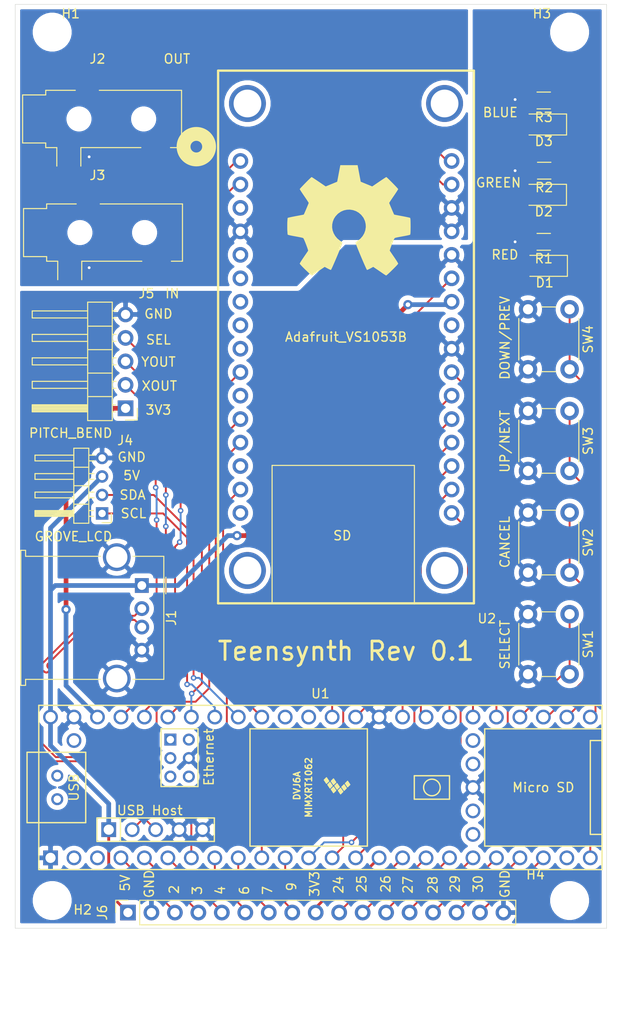
<source format=kicad_pcb>
(kicad_pcb (version 20171130) (host pcbnew 5.1.8-db9833491~87~ubuntu20.04.1)
  (layers (0 F.Cu signal) (31 B.Cu signal) (34 B.Paste user) (35 F.Paste user) (36 B.SilkS user) (37 F.SilkS user) (38 B.Mask user) (39 F.Mask user) (44 Edge.Cuts user))
  (net 0 "")
  (net 1 "Net-(U1-Pad67)")
  (net 2 "Net-(U1-Pad66)")
  (net 3 "Net-(U1-Pad54)")
  (net 4 "Net-(U1-Pad53)")
  (net 5 "Net-(U1-Pad51)")
  (net 6 "Net-(U1-Pad50)")
  (net 7 "Net-(U1-Pad62)")
  (net 8 "Net-(U1-Pad63)")
  (net 9 "Net-(U1-Pad61)")
  (net 10 "Net-(U1-Pad65)")
  (net 11 "Net-(U1-Pad60)")
  (net 12 "Net-(U1-Pad23)")
  (net 13 "Net-(U1-Pad3)")
  (net 14 "Net-(U1-Pad2)")
  (net 15 "Net-(U1-Pad37)")
  (net 16 "Net-(U1-Pad38)")
  (net 17 "Net-(U1-Pad49)")
  (net 18 GND)
  (net 19 "Net-(U2-Pad3)")
  (net 20 "Net-(U2-Pad9)")
  (net 21 "Net-(U2-Pad25)")
  (net 22 "Net-(U2-Pad16)")
  (net 23 "Net-(U2-Pad14)")
  (net 24 "Net-(U2-Pad11)")
  (net 25 "Net-(U2-Pad8)")
  (net 26 "Net-(U2-Pad7)")
  (net 27 "Net-(U2-Pad6)")
  (net 28 "Net-(U2-Pad5)")
  (net 29 /USBH_DP)
  (net 30 /USBH_DN)
  (net 31 +5V)
  (net 32 /LINEOUT_L)
  (net 33 /LINEOUT_R)
  (net 34 /LINEIN_L)
  (net 35 /LINEIN_R)
  (net 36 /SPI_MISO)
  (net 37 /SPI_MOSI)
  (net 38 /SPI_CS)
  (net 39 /SPI_SCK)
  (net 40 /SPI_XDCS)
  (net 41 /SPI_SDCS)
  (net 42 /VS_RST)
  (net 43 /VS_DREQ)
  (net 44 /LCD_SCL)
  (net 45 /LCD_SDA)
  (net 46 /I2S_DATA)
  (net 47 /I2S_LRCLK)
  (net 48 /I2S_SCK)
  (net 49 /MIDI_TX)
  (net 50 /PIT_SEL)
  (net 51 /PIT_YOUT)
  (net 52 /PIT_XOUT)
  (net 53 +3V3)
  (net 54 /GPIO9)
  (net 55 /GPIO7)
  (net 56 /GPIO6)
  (net 57 /GPIO4)
  (net 58 /GPIO3)
  (net 59 /GPIO2)
  (net 60 /LED_R)
  (net 61 "Net-(D1-Pad1)")
  (net 62 /LED_G)
  (net 63 "Net-(D2-Pad1)")
  (net 64 /LED_B)
  (net 65 "Net-(D3-Pad1)")
  (net 66 /SW1)
  (net 67 /SW2)
  (net 68 /SW3)
  (net 69 /SW4)
  (net 70 GNDA)
  (net 71 /3V3_GPIO)
  (net 72 /GPIO30)
  (net 73 /GPIO29)
  (net 74 /GPIO28)
  (net 75 /GPIO27)
  (net 76 /GPIO26)
  (net 77 /GPIO25)
  (net 78 /GPIO24)
  (module Symbol:OSHW-Symbol_13.4x12mm_SilkScreen (layer F.Cu) (at 50.1 30.4)
    (fp_text reference LOGO1 hide)
    (fp_text value Logo_Open_Hardware_Large hide)
  )
  (module Resistor_SMD:R_1206_3216Metric_Pad1.30x1.75mm_HandSolder (layer F.Cu) (at 71.2 17.4 180)
    (fp_text reference R3 (at 0 -1.82) (layer F.SilkS))
    (fp_text value 220R)
    (pad 2 smd roundrect (at 1.55 0 180) (size 1.3 1.75) (layers F.Cu F.Paste F.Mask) (roundrect_rratio 0.1923076923076923) (net 18 GND))
    (pad 1 smd roundrect (at -1.55 0 180) (size 1.3 1.75) (layers F.Cu F.Paste F.Mask) (roundrect_rratio 0.1923076923076923) (net 65 "Net-(D3-Pad1)"))
  )
  (module LED_SMD:LED_1206_3216Metric_Pad1.42x1.75mm_HandSolder (layer F.Cu) (at 71.21 20 180)
    (fp_text reference D3 (at 0 -1.82) (layer F.SilkS))
    (fp_text value LED)
    (pad 2 smd roundrect (at 1.4875 0 180) (size 1.425 1.75) (layers F.Cu F.Paste F.Mask) (roundrect_rratio 0.1754385964912281) (net 64 /LED_B))
    (pad 1 smd roundrect (at -1.4875 0 180) (size 1.425 1.75) (layers F.Cu F.Paste F.Mask) (roundrect_rratio 0.1754385964912281) (net 65 "Net-(D3-Pad1)"))
  )
  (module Resistor_SMD:R_1206_3216Metric_Pad1.30x1.75mm_HandSolder (layer F.Cu) (at 71.25 25 180)
    (fp_text reference R2 (at 0 -1.82) (layer F.SilkS))
    (fp_text value 220R)
    (pad 2 smd roundrect (at 1.55 0 180) (size 1.3 1.75) (layers F.Cu F.Paste F.Mask) (roundrect_rratio 0.1923076923076923) (net 18 GND))
    (pad 1 smd roundrect (at -1.55 0 180) (size 1.3 1.75) (layers F.Cu F.Paste F.Mask) (roundrect_rratio 0.1923076923076923) (net 63 "Net-(D2-Pad1)"))
  )
  (module Resistor_SMD:R_1206_3216Metric_Pad1.30x1.75mm_HandSolder (layer F.Cu) (at 71.2 32.7 180)
    (fp_text reference R1 (at 0 -1.82) (layer F.SilkS))
    (fp_text value 220R)
    (pad 2 smd roundrect (at 1.55 0 180) (size 1.3 1.75) (layers F.Cu F.Paste F.Mask) (roundrect_rratio 0.1923076923076923) (net 18 GND))
    (pad 1 smd roundrect (at -1.55 0 180) (size 1.3 1.75) (layers F.Cu F.Paste F.Mask) (roundrect_rratio 0.1923076923076923) (net 61 "Net-(D1-Pad1)"))
  )
  (module LED_SMD:LED_1206_3216Metric_Pad1.42x1.75mm_HandSolder (layer F.Cu) (at 71.2 27.61 180)
    (fp_text reference D2 (at 0 -1.82) (layer F.SilkS))
    (fp_text value LED)
    (pad 2 smd roundrect (at 1.4875 0 180) (size 1.425 1.75) (layers F.Cu F.Paste F.Mask) (roundrect_rratio 0.1754385964912281) (net 62 /LED_G))
    (pad 1 smd roundrect (at -1.4875 0 180) (size 1.425 1.75) (layers F.Cu F.Paste F.Mask) (roundrect_rratio 0.1754385964912281) (net 63 "Net-(D2-Pad1)"))
  )
  (module LED_SMD:LED_1206_3216Metric_Pad1.42x1.75mm_HandSolder (layer F.Cu) (at 71.3 35.3 180)
    (fp_text reference D1 (at 0 -1.82) (layer F.SilkS))
    (fp_text value LED)
    (pad 2 smd roundrect (at 1.4875 0 180) (size 1.425 1.75) (layers F.Cu F.Paste F.Mask) (roundrect_rratio 0.1754385964912281) (net 60 /LED_R))
    (pad 1 smd roundrect (at -1.4875 0 180) (size 1.425 1.75) (layers F.Cu F.Paste F.Mask) (roundrect_rratio 0.1754385964912281) (net 61 "Net-(D1-Pad1)"))
  )
  (module Connector_PinSocket_2.54mm:PinSocket_1x17_P2.54mm_Vertical (layer F.Cu) (at 26.2 105.3 90)
    (fp_text reference J6 (at 0 -2.77 90) (layer F.SilkS))
    (fp_text value Conn_02x06_Counter_Clockwise)
    (pad 17 thru_hole oval (at 0 40.64 90) (size 1.7 1.7) (drill 1) (layers *.Cu *.Mask) (net 18 GND))
    (pad 16 thru_hole oval (at 0 38.1 90) (size 1.7 1.7) (drill 1) (layers *.Cu *.Mask) (net 72 /GPIO30))
    (pad 15 thru_hole oval (at 0 35.56 90) (size 1.7 1.7) (drill 1) (layers *.Cu *.Mask) (net 73 /GPIO29))
    (pad 14 thru_hole oval (at 0 33.02 90) (size 1.7 1.7) (drill 1) (layers *.Cu *.Mask) (net 74 /GPIO28))
    (pad 13 thru_hole oval (at 0 30.48 90) (size 1.7 1.7) (drill 1) (layers *.Cu *.Mask) (net 75 /GPIO27))
    (pad 12 thru_hole oval (at 0 27.94 90) (size 1.7 1.7) (drill 1) (layers *.Cu *.Mask) (net 76 /GPIO26))
    (pad 11 thru_hole oval (at 0 25.4 90) (size 1.7 1.7) (drill 1) (layers *.Cu *.Mask) (net 77 /GPIO25))
    (pad 10 thru_hole oval (at 0 22.86 90) (size 1.7 1.7) (drill 1) (layers *.Cu *.Mask) (net 78 /GPIO24))
    (pad 9 thru_hole oval (at 0 20.32 90) (size 1.7 1.7) (drill 1) (layers *.Cu *.Mask) (net 71 /3V3_GPIO))
    (pad 8 thru_hole oval (at 0 17.78 90) (size 1.7 1.7) (drill 1) (layers *.Cu *.Mask) (net 54 /GPIO9))
    (pad 7 thru_hole oval (at 0 15.24 90) (size 1.7 1.7) (drill 1) (layers *.Cu *.Mask) (net 55 /GPIO7))
    (pad 6 thru_hole oval (at 0 12.7 90) (size 1.7 1.7) (drill 1) (layers *.Cu *.Mask) (net 56 /GPIO6))
    (pad 5 thru_hole oval (at 0 10.16 90) (size 1.7 1.7) (drill 1) (layers *.Cu *.Mask) (net 57 /GPIO4))
    (pad 4 thru_hole oval (at 0 7.62 90) (size 1.7 1.7) (drill 1) (layers *.Cu *.Mask) (net 58 /GPIO3))
    (pad 3 thru_hole oval (at 0 5.08 90) (size 1.7 1.7) (drill 1) (layers *.Cu *.Mask) (net 59 /GPIO2))
    (pad 2 thru_hole oval (at 0 2.54 90) (size 1.7 1.7) (drill 1) (layers *.Cu *.Mask) (net 18 GND))
    (pad 1 thru_hole rect (at 0 0 90) (size 1.7 1.7) (drill 1) (layers *.Cu *.Mask) (net 31 +5V))
  )
  (module Button_Switch_THT:SW_PUSH_6mm_H5mm (layer F.Cu) (at 74 40 270)
    (fp_text reference SW4 (at 3.25 -2 90) (layer F.SilkS))
    (fp_text value SW_Push)
    (pad 1 thru_hole circle (at 6.5 0) (size 2 2) (drill 1.1) (layers *.Cu *.Mask) (net 69 /SW4))
    (pad 2 thru_hole circle (at 6.5 4.5) (size 2 2) (drill 1.1) (layers *.Cu *.Mask) (net 18 GND))
    (pad 1 thru_hole circle (at 0 0) (size 2 2) (drill 1.1) (layers *.Cu *.Mask) (net 69 /SW4))
    (pad 2 thru_hole circle (at 0 4.5) (size 2 2) (drill 1.1) (layers *.Cu *.Mask) (net 18 GND))
  )
  (module MountingHole:MountingHole_3.2mm_M3 (layer F.Cu) (at 74 104)
    (fp_text reference H4 (at -3.7 -2.8) (layer F.SilkS))
    (fp_text value MountingHole)
    (pad 1 np_thru_hole circle (at 0 0) (size 3.2 3.2) (drill 3.2) (layers *.Cu *.Mask))
  )
  (module MountingHole:MountingHole_3.2mm_M3 (layer F.Cu) (at 74 10)
    (fp_text reference H3 (at -3 -2) (layer F.SilkS))
    (fp_text value MountingHole)
    (pad 1 np_thru_hole circle (at 0 0) (size 3.2 3.2) (drill 3.2) (layers *.Cu *.Mask))
  )
  (module MountingHole:MountingHole_3.2mm_M3 (layer F.Cu) (at 18 104)
    (fp_text reference H2 (at 3.3 1) (layer F.SilkS))
    (fp_text value MountingHole)
    (pad 1 np_thru_hole circle (at 0 0) (size 3.2 3.2) (drill 3.2) (layers *.Cu *.Mask))
  )
  (module MountingHole:MountingHole_3.2mm_M3 (layer F.Cu) (at 18 10)
    (fp_text reference H1 (at 2 -2) (layer F.SilkS))
    (fp_text value MountingHole)
    (pad 1 np_thru_hole circle (at 0 0) (size 3.2 3.2) (drill 3.2) (layers *.Cu *.Mask))
  )
  (module Connector_PinHeader_2.54mm:PinHeader_1x05_P2.54mm_Horizontal (layer F.Cu) (at 25.94 50.72 180)
    (fp_text reference J5 (at -2.26 12.42) (layer F.SilkS))
    (fp_text value PITCH_BEND)
    (pad 5 thru_hole oval (at 0 10.16 180) (size 1.7 1.7) (drill 1) (layers *.Cu *.Mask) (net 18 GND))
    (pad 4 thru_hole oval (at 0 7.62 180) (size 1.7 1.7) (drill 1) (layers *.Cu *.Mask) (net 50 /PIT_SEL))
    (pad 3 thru_hole oval (at 0 5.08 180) (size 1.7 1.7) (drill 1) (layers *.Cu *.Mask) (net 51 /PIT_YOUT))
    (pad 2 thru_hole oval (at 0 2.54 180) (size 1.7 1.7) (drill 1) (layers *.Cu *.Mask) (net 52 /PIT_XOUT))
    (pad 1 thru_hole rect (at 0 0 180) (size 1.7 1.7) (drill 1) (layers *.Cu *.Mask) (net 53 +3V3))
  )
  (module Connector_PinHeader_2.00mm:PinHeader_1x04_P2.00mm_Horizontal (layer F.Cu) (at 23.4 62.1 180)
    (fp_text reference J4 (at -2.5 7.9) (layer F.SilkS))
    (fp_text value Grove_LCD)
    (pad 4 thru_hole oval (at 0 6 180) (size 1.35 1.35) (drill 0.8) (layers *.Cu *.Mask) (net 18 GND))
    (pad 3 thru_hole oval (at 0 4 180) (size 1.35 1.35) (drill 0.8) (layers *.Cu *.Mask) (net 31 +5V))
    (pad 2 thru_hole oval (at 0 2 180) (size 1.35 1.35) (drill 0.8) (layers *.Cu *.Mask) (net 45 /LCD_SDA))
    (pad 1 thru_hole rect (at 0 0 180) (size 1.35 1.35) (drill 0.8) (layers *.Cu *.Mask) (net 44 /LCD_SCL))
  )
  (module Button_Switch_THT:SW_PUSH_6mm_H5mm (layer F.Cu) (at 74 51 270)
    (fp_text reference SW3 (at 3.25 -2 90) (layer F.SilkS))
    (fp_text value SW_Push)
    (pad 1 thru_hole circle (at 6.5 0) (size 2 2) (drill 1.1) (layers *.Cu *.Mask) (net 68 /SW3))
    (pad 2 thru_hole circle (at 6.5 4.5) (size 2 2) (drill 1.1) (layers *.Cu *.Mask) (net 18 GND))
    (pad 1 thru_hole circle (at 0 0) (size 2 2) (drill 1.1) (layers *.Cu *.Mask) (net 68 /SW3))
    (pad 2 thru_hole circle (at 0 4.5) (size 2 2) (drill 1.1) (layers *.Cu *.Mask) (net 18 GND))
  )
  (module Button_Switch_THT:SW_PUSH_6mm_H5mm (layer F.Cu) (at 74 62 270)
    (fp_text reference SW2 (at 3.25 -2 90) (layer F.SilkS))
    (fp_text value SW_Push)
    (pad 1 thru_hole circle (at 6.5 0) (size 2 2) (drill 1.1) (layers *.Cu *.Mask) (net 67 /SW2))
    (pad 2 thru_hole circle (at 6.5 4.5) (size 2 2) (drill 1.1) (layers *.Cu *.Mask) (net 18 GND))
    (pad 1 thru_hole circle (at 0 0) (size 2 2) (drill 1.1) (layers *.Cu *.Mask) (net 67 /SW2))
    (pad 2 thru_hole circle (at 0 4.5) (size 2 2) (drill 1.1) (layers *.Cu *.Mask) (net 18 GND))
  )
  (module Button_Switch_THT:SW_PUSH_6mm_H5mm (layer F.Cu) (at 74 73 270)
    (fp_text reference SW1 (at 3.25 -2 90) (layer F.SilkS))
    (fp_text value SW_Push)
    (pad 1 thru_hole circle (at 6.5 0) (size 2 2) (drill 1.1) (layers *.Cu *.Mask) (net 66 /SW1))
    (pad 2 thru_hole circle (at 6.5 4.5) (size 2 2) (drill 1.1) (layers *.Cu *.Mask) (net 18 GND))
    (pad 1 thru_hole circle (at 0 0) (size 2 2) (drill 1.1) (layers *.Cu *.Mask) (net 66 /SW1))
    (pad 2 thru_hole circle (at 0 4.5) (size 2 2) (drill 1.1) (layers *.Cu *.Mask) (net 18 GND))
  )
  (module Connector_Audio:Jack_3.5mm_CUI_SJ-3523-SMT_Horizontal (layer F.Cu) (at 23.5 31.7 90)
    (fp_text reference J3 (at 6.2 -0.6 180) (layer F.SilkS))
    (fp_text value AudioJack3)
    (pad R smd rect (at 3.7 -1.6 90) (size 2.8 2.2) (layers F.Cu F.Paste F.Mask) (net 35 /LINEIN_R))
    (pad S smd rect (at -3.7 -3.6 90) (size 2.8 2.2) (layers F.Cu F.Paste F.Mask) (net 70 GNDA))
    (pad T smd rect (at -3.7 5.8 90) (size 2.8 2.8) (layers F.Cu F.Paste F.Mask) (net 34 /LINEIN_L))
    (pad "" np_thru_hole circle (at 0 -2.5 90) (size 1.7 1.7) (drill 1.7) (layers *.Cu *.Mask))
    (pad "" np_thru_hole circle (at 0 4.5 90) (size 1.7 1.7) (drill 1.7) (layers *.Cu *.Mask))
  )
  (module Connector_Audio:Jack_3.5mm_CUI_SJ-3523-SMT_Horizontal (layer F.Cu) (at 23.4 19.4 90)
    (fp_text reference J2 (at 6.5 -0.5 180) (layer F.SilkS))
    (fp_text value AudioJack3)
    (pad R smd rect (at 3.7 -1.6 90) (size 2.8 2.2) (layers F.Cu F.Paste F.Mask) (net 33 /LINEOUT_R))
    (pad S smd rect (at -3.7 -3.6 90) (size 2.8 2.2) (layers F.Cu F.Paste F.Mask) (net 70 GNDA))
    (pad T smd rect (at -3.7 5.8 90) (size 2.8 2.8) (layers F.Cu F.Paste F.Mask) (net 32 /LINEOUT_L))
    (pad "" np_thru_hole circle (at 0 -2.5 90) (size 1.7 1.7) (drill 1.7) (layers *.Cu *.Mask))
    (pad "" np_thru_hole circle (at 0 4.5 90) (size 1.7 1.7) (drill 1.7) (layers *.Cu *.Mask))
  )
  (module Connector_USB:USB_A_Molex_67643_Horizontal (layer F.Cu) (at 27.7 69.9 270)
    (fp_text reference J1 (at 3.5 -3.19 90) (layer F.SilkS))
    (fp_text value USB_A)
    (pad 4 thru_hole circle (at 7 0 270) (size 1.6 1.6) (drill 0.95) (layers *.Cu *.Mask) (net 18 GND))
    (pad 3 thru_hole circle (at 4.5 0 270) (size 1.6 1.6) (drill 0.95) (layers *.Cu *.Mask) (net 29 /USBH_DP))
    (pad 2 thru_hole circle (at 2.5 0 270) (size 1.6 1.6) (drill 0.95) (layers *.Cu *.Mask) (net 30 /USBH_DN))
    (pad 1 thru_hole rect (at 0 0 270) (size 1.6 1.5) (drill 0.95) (layers *.Cu *.Mask) (net 31 +5V))
    (pad 5 thru_hole circle (at 10.07 2.71 270) (size 3 3) (drill 2.3) (layers *.Cu *.Mask) (net 18 GND))
    (pad 5 thru_hole circle (at -3.07 2.71 270) (size 3 3) (drill 2.3) (layers *.Cu *.Mask) (net 18 GND))
  )
  (module teensynth:Adafruit_VS1053B (layer F.Cu) (at 49.8 43)
    (fp_text reference U2 (at 15.24 30.48) (layer F.SilkS))
    (fp_text value Adafruit_VS1053B)
    (fp_text user SD (at -0.4 21.5) (layer F.SilkS))
    (fp_text user Adafruit_VS1053B (at 0 0) (layer F.SilkS))
    (pad 1 thru_hole circle (at -11.43 -19.05) (size 1.7 1.7) (drill 1) (layers *.Cu *.Mask) (net 35 /LINEIN_R))
    (pad 2 thru_hole circle (at -11.43 -16.51) (size 1.7 1.7) (drill 1) (layers *.Cu *.Mask) (net 34 /LINEIN_L))
    (pad 3 thru_hole circle (at -11.43 -13.97) (size 1.7 1.7) (drill 1) (layers *.Cu *.Mask) (net 19 "Net-(U2-Pad3)"))
    (pad 4 thru_hole circle (at -11.43 -11.43) (size 1.7 1.7) (drill 1) (layers *.Cu *.Mask) (net 70 GNDA))
    (pad 5 thru_hole circle (at -11.43 -8.89) (size 1.7 1.7) (drill 1) (layers *.Cu *.Mask) (net 28 "Net-(U2-Pad5)"))
    (pad 6 thru_hole circle (at -11.43 -6.35) (size 1.7 1.7) (drill 1) (layers *.Cu *.Mask) (net 27 "Net-(U2-Pad6)"))
    (pad 7 thru_hole circle (at -11.43 -3.81) (size 1.7 1.7) (drill 1) (layers *.Cu *.Mask) (net 26 "Net-(U2-Pad7)"))
    (pad 8 thru_hole circle (at -11.43 -1.27) (size 1.7 1.7) (drill 1) (layers *.Cu *.Mask) (net 25 "Net-(U2-Pad8)"))
    (pad 9 thru_hole circle (at -11.43 1.27) (size 1.7 1.7) (drill 1) (layers *.Cu *.Mask) (net 20 "Net-(U2-Pad9)"))
    (pad 10 thru_hole circle (at -11.43 3.81) (size 1.7 1.7) (drill 1) (layers *.Cu *.Mask) (net 47 /I2S_LRCLK))
    (pad 11 thru_hole circle (at -11.43 6.35) (size 1.7 1.7) (drill 1) (layers *.Cu *.Mask) (net 24 "Net-(U2-Pad11)"))
    (pad 12 thru_hole circle (at -11.43 8.89) (size 1.7 1.7) (drill 1) (layers *.Cu *.Mask) (net 48 /I2S_SCK))
    (pad 13 thru_hole circle (at -11.43 11.43) (size 1.7 1.7) (drill 1) (layers *.Cu *.Mask) (net 46 /I2S_DATA))
    (pad 14 thru_hole circle (at -11.43 13.97) (size 1.7 1.7) (drill 1) (layers *.Cu *.Mask) (net 23 "Net-(U2-Pad14)"))
    (pad 15 thru_hole circle (at -11.43 16.51) (size 1.7 1.7) (drill 1) (layers *.Cu *.Mask) (net 49 /MIDI_TX))
    (pad 16 thru_hole circle (at -11.43 19.05) (size 1.7 1.7) (drill 1) (layers *.Cu *.Mask) (net 22 "Net-(U2-Pad16)"))
    (pad 32 thru_hole circle (at 11.43 -19.05) (size 1.7 1.7) (drill 1) (layers *.Cu *.Mask) (net 33 /LINEOUT_R))
    (pad 31 thru_hole circle (at 11.43 -16.51) (size 1.7 1.7) (drill 1) (layers *.Cu *.Mask) (net 32 /LINEOUT_L))
    (pad 30 thru_hole circle (at 11.43 -13.97) (size 1.7 1.7) (drill 1) (layers *.Cu *.Mask) (net 70 GNDA))
    (pad 29 thru_hole circle (at 11.43 -11.43) (size 1.7 1.7) (drill 1) (layers *.Cu *.Mask) (net 70 GNDA))
    (pad 28 thru_hole circle (at 11.43 -8.89) (size 1.7 1.7) (drill 1) (layers *.Cu *.Mask) (net 18 GND))
    (pad 27 thru_hole circle (at 11.43 -6.35) (size 1.7 1.7) (drill 1) (layers *.Cu *.Mask) (net 43 /VS_DREQ))
    (pad 26 thru_hole circle (at 11.43 -3.81) (size 1.7 1.7) (drill 1) (layers *.Cu *.Mask) (net 31 +5V))
    (pad 25 thru_hole circle (at 11.43 -1.27) (size 1.7 1.7) (drill 1) (layers *.Cu *.Mask) (net 21 "Net-(U2-Pad25)"))
    (pad 24 thru_hole circle (at 11.43 1.27) (size 1.7 1.7) (drill 1) (layers *.Cu *.Mask) (net 18 GND))
    (pad 23 thru_hole circle (at 11.43 3.81) (size 1.7 1.7) (drill 1) (layers *.Cu *.Mask) (net 36 /SPI_MISO))
    (pad 22 thru_hole circle (at 11.43 6.35) (size 1.7 1.7) (drill 1) (layers *.Cu *.Mask) (net 37 /SPI_MOSI))
    (pad 21 thru_hole circle (at 11.43 8.89) (size 1.7 1.7) (drill 1) (layers *.Cu *.Mask) (net 39 /SPI_SCK))
    (pad 20 thru_hole circle (at 11.43 11.43) (size 1.7 1.7) (drill 1) (layers *.Cu *.Mask) (net 42 /VS_RST))
    (pad 19 thru_hole circle (at 11.43 13.97) (size 1.7 1.7) (drill 1) (layers *.Cu *.Mask) (net 38 /SPI_CS))
    (pad 18 thru_hole circle (at 11.43 16.51) (size 1.7 1.7) (drill 1) (layers *.Cu *.Mask) (net 41 /SPI_SDCS))
    (pad 17 thru_hole circle (at 11.43 19.05) (size 1.7 1.7) (drill 1) (layers *.Cu *.Mask) (net 40 /SPI_XDCS))
    (pad M1 thru_hole circle (at -10.668 -25.273) (size 4 4) (drill 2.999999) (layers *.Cu *.Mask))
    (pad M2 thru_hole circle (at -10.668 25.273) (size 4 4) (drill 2.999999) (layers *.Cu *.Mask))
    (pad M4 thru_hole circle (at 10.668 -25.273) (size 4 4) (drill 2.999999) (layers *.Cu *.Mask))
    (pad M3 thru_hole circle (at 10.668 25.273) (size 4 4) (drill 2.999999) (layers *.Cu *.Mask))
  )
  (module teensy_library:Teensy41 (layer F.Cu) (at 47.03 91.76)
    (fp_text reference U1 (at 0 -10.16) (layer F.SilkS))
    (fp_text value Teensy4.1)
    (fp_text user "USB Host" (at -18.4658 2.4892) (layer F.SilkS))
    (fp_text user Ethernet (at -12.065 -3.2766 90) (layer F.SilkS))
    (fp_text user USB (at -26.67 0 270) (layer F.SilkS))
    (fp_text user "Micro SD" (at 24.13 0) (layer F.SilkS))
    (fp_text user MIMXRT1062 (at -1.27 0 -90) (layer F.SilkS) (effects (font (size 0.7 0.7))))
    (fp_text user DVJ6A (at -2.54 -0.18 -90) (layer F.SilkS) (effects (font (size 0.7 0.7))))
    (pad 67 thru_hole circle (at -28.48 -1.27) (size 1.3 1.3) (drill 0.8) (layers *.Cu *.Mask) (net 1 "Net-(U1-Pad67)"))
    (pad 66 thru_hole circle (at -28.48 1.27) (size 1.3 1.3) (drill 0.8) (layers *.Cu *.Mask) (net 2 "Net-(U1-Pad66)"))
    (pad 54 thru_hole circle (at 16.51 -5.08) (size 1.6 1.6) (drill 1.1) (layers *.Cu *.Mask) (net 3 "Net-(U1-Pad54)"))
    (pad 53 thru_hole circle (at 16.51 -2.54) (size 1.6 1.6) (drill 1.1) (layers *.Cu *.Mask) (net 4 "Net-(U1-Pad53)"))
    (pad 52 thru_hole circle (at 16.51 0) (size 1.6 1.6) (drill 1.1) (layers *.Cu *.Mask) (net 18 GND))
    (pad 51 thru_hole circle (at 16.51 2.54) (size 1.6 1.6) (drill 1.1) (layers *.Cu *.Mask) (net 5 "Net-(U1-Pad51)"))
    (pad 50 thru_hole circle (at 16.51 5.08) (size 1.6 1.6) (drill 1.1) (layers *.Cu *.Mask) (net 6 "Net-(U1-Pad50)"))
    (pad 62 thru_hole circle (at -16.24 -1.1816) (size 1.3 1.3) (drill 0.8) (layers *.Cu *.Mask) (net 7 "Net-(U1-Pad62)"))
    (pad 63 thru_hole circle (at -14.24 -1.1816) (size 1.3 1.3) (drill 0.8) (layers *.Cu *.Mask) (net 8 "Net-(U1-Pad63)"))
    (pad 64 thru_hole circle (at -14.24 -3.1816) (size 1.3 1.3) (drill 0.8) (layers *.Cu *.Mask) (net 18 GND))
    (pad 61 thru_hole circle (at -16.24 -3.1816) (size 1.3 1.3) (drill 0.8) (layers *.Cu *.Mask) (net 9 "Net-(U1-Pad61)"))
    (pad 65 thru_hole circle (at -14.24 -5.1816) (size 1.3 1.3) (drill 0.8) (layers *.Cu *.Mask) (net 10 "Net-(U1-Pad65)"))
    (pad 60 thru_hole rect (at -16.24 -5.1816) (size 1.3 1.3) (drill 0.8) (layers *.Cu *.Mask) (net 11 "Net-(U1-Pad60)"))
    (pad 17 thru_hole circle (at 11.43 7.62) (size 1.6 1.6) (drill 1.1) (layers *.Cu *.Mask) (net 77 /GPIO25))
    (pad 18 thru_hole circle (at 13.97 7.62) (size 1.6 1.6) (drill 1.1) (layers *.Cu *.Mask) (net 76 /GPIO26))
    (pad 19 thru_hole circle (at 16.51 7.62) (size 1.6 1.6) (drill 1.1) (layers *.Cu *.Mask) (net 75 /GPIO27))
    (pad 20 thru_hole circle (at 19.05 7.62) (size 1.6 1.6) (drill 1.1) (layers *.Cu *.Mask) (net 74 /GPIO28))
    (pad 16 thru_hole circle (at 8.89 7.62) (size 1.6 1.6) (drill 1.1) (layers *.Cu *.Mask) (net 78 /GPIO24))
    (pad 15 thru_hole circle (at 6.35 7.62) (size 1.6 1.6) (drill 1.1) (layers *.Cu *.Mask) (net 71 /3V3_GPIO))
    (pad 14 thru_hole circle (at 3.81 7.62) (size 1.6 1.6) (drill 1.1) (layers *.Cu *.Mask) (net 36 /SPI_MISO))
    (pad 21 thru_hole circle (at 21.59 7.62) (size 1.6 1.6) (drill 1.1) (layers *.Cu *.Mask) (net 73 /GPIO29))
    (pad 22 thru_hole circle (at 24.13 7.62) (size 1.6 1.6) (drill 1.1) (layers *.Cu *.Mask) (net 72 /GPIO30))
    (pad 23 thru_hole circle (at 26.67 7.62) (size 1.6 1.6) (drill 1.1) (layers *.Cu *.Mask) (net 12 "Net-(U1-Pad23)"))
    (pad 24 thru_hole circle (at 29.21 7.62) (size 1.6 1.6) (drill 1.1) (layers *.Cu *.Mask) (net 60 /LED_R))
    (pad 25 thru_hole circle (at 29.21 -7.62) (size 1.6 1.6) (drill 1.1) (layers *.Cu *.Mask) (net 69 /SW4))
    (pad 26 thru_hole circle (at 26.67 -7.62) (size 1.6 1.6) (drill 1.1) (layers *.Cu *.Mask) (net 68 /SW3))
    (pad 27 thru_hole circle (at 24.13 -7.62) (size 1.6 1.6) (drill 1.1) (layers *.Cu *.Mask) (net 67 /SW2))
    (pad 28 thru_hole circle (at 21.59 -7.62) (size 1.6 1.6) (drill 1.1) (layers *.Cu *.Mask) (net 66 /SW1))
    (pad 29 thru_hole circle (at 19.05 -7.62) (size 1.6 1.6) (drill 1.1) (layers *.Cu *.Mask) (net 62 /LED_G))
    (pad 30 thru_hole circle (at 16.51 -7.62) (size 1.6 1.6) (drill 1.1) (layers *.Cu *.Mask) (net 64 /LED_B))
    (pad 31 thru_hole circle (at 13.97 -7.62) (size 1.6 1.6) (drill 1.1) (layers *.Cu *.Mask) (net 40 /SPI_XDCS))
    (pad 32 thru_hole circle (at 11.43 -7.62) (size 1.6 1.6) (drill 1.1) (layers *.Cu *.Mask) (net 41 /SPI_SDCS))
    (pad 33 thru_hole circle (at 8.89 -7.62) (size 1.6 1.6) (drill 1.1) (layers *.Cu *.Mask) (net 42 /VS_RST))
    (pad 34 thru_hole circle (at 6.35 -7.62) (size 1.6 1.6) (drill 1.1) (layers *.Cu *.Mask) (net 18 GND))
    (pad 13 thru_hole circle (at 1.27 7.62) (size 1.6 1.6) (drill 1.1) (layers *.Cu *.Mask) (net 37 /SPI_MOSI))
    (pad 12 thru_hole circle (at -1.27 7.62) (size 1.6 1.6) (drill 1.1) (layers *.Cu *.Mask) (net 38 /SPI_CS))
    (pad 11 thru_hole circle (at -3.81 7.62) (size 1.6 1.6) (drill 1.1) (layers *.Cu *.Mask) (net 54 /GPIO9))
    (pad 10 thru_hole circle (at -6.35 7.62) (size 1.6 1.6) (drill 1.1) (layers *.Cu *.Mask) (net 46 /I2S_DATA))
    (pad 9 thru_hole circle (at -8.89 7.62) (size 1.6 1.6) (drill 1.1) (layers *.Cu *.Mask) (net 55 /GPIO7))
    (pad 8 thru_hole circle (at -11.43 7.62) (size 1.6 1.6) (drill 1.1) (layers *.Cu *.Mask) (net 56 /GPIO6))
    (pad 7 thru_hole circle (at -13.97 7.62) (size 1.6 1.6) (drill 1.1) (layers *.Cu *.Mask) (net 50 /PIT_SEL))
    (pad 6 thru_hole circle (at -16.51 7.62) (size 1.6 1.6) (drill 1.1) (layers *.Cu *.Mask) (net 57 /GPIO4))
    (pad 5 thru_hole circle (at -19.05 7.62) (size 1.6 1.6) (drill 1.1) (layers *.Cu *.Mask) (net 58 /GPIO3))
    (pad 4 thru_hole circle (at -21.59 7.62) (size 1.6 1.6) (drill 1.1) (layers *.Cu *.Mask) (net 59 /GPIO2))
    (pad 3 thru_hole circle (at -24.13 7.62) (size 1.6 1.6) (drill 1.1) (layers *.Cu *.Mask) (net 13 "Net-(U1-Pad3)"))
    (pad 2 thru_hole circle (at -26.67 7.62) (size 1.6 1.6) (drill 1.1) (layers *.Cu *.Mask) (net 14 "Net-(U1-Pad2)"))
    (pad 1 thru_hole rect (at -29.21 7.62) (size 1.6 1.6) (drill 1.1) (layers *.Cu *.Mask) (net 18 GND))
    (pad 35 thru_hole circle (at 3.81 -7.62) (size 1.6 1.6) (drill 1.1) (layers *.Cu *.Mask) (net 39 /SPI_SCK))
    (pad 36 thru_hole circle (at 1.27 -7.62) (size 1.6 1.6) (drill 1.1) (layers *.Cu *.Mask) (net 43 /VS_DREQ))
    (pad 37 thru_hole circle (at -1.27 -7.62) (size 1.6 1.6) (drill 1.1) (layers *.Cu *.Mask) (net 15 "Net-(U1-Pad37)"))
    (pad 38 thru_hole circle (at -3.81 -7.62) (size 1.6 1.6) (drill 1.1) (layers *.Cu *.Mask) (net 16 "Net-(U1-Pad38)"))
    (pad 39 thru_hole circle (at -6.35 -7.62) (size 1.6 1.6) (drill 1.1) (layers *.Cu *.Mask) (net 49 /MIDI_TX))
    (pad 40 thru_hole circle (at -8.89 -7.62) (size 1.6 1.6) (drill 1.1) (layers *.Cu *.Mask) (net 45 /LCD_SDA))
    (pad 41 thru_hole circle (at -11.43 -7.62) (size 1.6 1.6) (drill 1.1) (layers *.Cu *.Mask) (net 44 /LCD_SCL))
    (pad 42 thru_hole circle (at -13.97 -7.62) (size 1.6 1.6) (drill 1.1) (layers *.Cu *.Mask) (net 47 /I2S_LRCLK))
    (pad 43 thru_hole circle (at -16.51 -7.62) (size 1.6 1.6) (drill 1.1) (layers *.Cu *.Mask) (net 48 /I2S_SCK))
    (pad 44 thru_hole circle (at -19.05 -7.62) (size 1.6 1.6) (drill 1.1) (layers *.Cu *.Mask) (net 51 /PIT_YOUT))
    (pad 45 thru_hole circle (at -21.59 -7.62) (size 1.6 1.6) (drill 1.1) (layers *.Cu *.Mask) (net 52 /PIT_XOUT))
    (pad 46 thru_hole circle (at -24.13 -7.62) (size 1.6 1.6) (drill 1.1) (layers *.Cu *.Mask) (net 53 +3V3))
    (pad 47 thru_hole circle (at -26.67 -7.62) (size 1.6 1.6) (drill 1.1) (layers *.Cu *.Mask) (net 18 GND))
    (pad 48 thru_hole circle (at -29.21 -7.62) (size 1.6 1.6) (drill 1.1) (layers *.Cu *.Mask) (net 31 +5V))
    (pad 55 thru_hole rect (at -22.9108 4.5692) (size 1.6 1.6) (drill 1.1) (layers *.Cu *.Mask) (net 31 +5V))
    (pad 56 thru_hole circle (at -20.3708 4.5692) (size 1.6 1.6) (drill 1.1) (layers *.Cu *.Mask) (net 30 /USBH_DN))
    (pad 57 thru_hole circle (at -17.8308 4.5692) (size 1.6 1.6) (drill 1.1) (layers *.Cu *.Mask) (net 29 /USBH_DP))
    (pad 58 thru_hole circle (at -15.2908 4.5692) (size 1.6 1.6) (drill 1.1) (layers *.Cu *.Mask) (net 18 GND))
    (pad 59 thru_hole circle (at -12.7508 4.5692) (size 1.6 1.6) (drill 1.1) (layers *.Cu *.Mask) (net 18 GND))
    (pad 49 thru_hole circle (at -26.67 -5.08) (size 1.6 1.6) (drill 1.1) (layers *.Cu *.Mask) (net 17 "Net-(U1-Pad49)"))
  )
  (gr_text 30 (at 64.1 102.2 90) (layer F.SilkS) (effects (font (size 1 1))))
  (gr_text DOWN/PREV (at 67 43.1 90) (layer F.SilkS) (effects (font (size 1 1))))
  (gr_text UP/NEXT (at 67 54.3 90) (layer F.SilkS) (effects (font (size 1 1))))
  (gr_text CANCEL (at 67 65.2 90) (layer F.SilkS) (effects (font (size 1 1))))
  (gr_text SELECT (at 67 76.3 90) (layer F.SilkS) (effects (font (size 1 1))))
  (gr_text "Teensynth Rev 0.1" (at 49.8 77) (layer F.SilkS) (effects (font (size 2 2) (thickness 0.3))))
  (gr_text PITCH_BEND (at 20 53.4) (layer F.SilkS) (effects (font (size 1 1))))
  (gr_text GROVE_LCD (at 20.3 64.6) (layer F.SilkS) (effects (font (size 1 1))))
  (gr_text RED (at 67 34.1) (layer F.SilkS) (effects (font (size 1 1))))
  (gr_text GREEN (at 66.3 26.3) (layer F.SilkS) (effects (font (size 1 1))))
  (gr_text BLUE (at 66.5 18.7) (layer F.SilkS) (effects (font (size 1 1))))
  (gr_text GND (at 67 102.2 90) (layer F.SilkS) (effects (font (size 1 1))))
  (gr_text 29 (at 61.6 102.2 90) (layer F.SilkS) (effects (font (size 1 1))))
  (gr_text 28 (at 59.2 102.3 90) (layer F.SilkS) (effects (font (size 1 1))))
  (gr_text 27 (at 56.5 102.3 90) (layer F.SilkS) (effects (font (size 1 1))))
  (gr_text 26 (at 54.1 102.2 90) (layer F.SilkS) (effects (font (size 1 1))))
  (gr_text 25 (at 51.5 102.2 90) (layer F.SilkS) (effects (font (size 1 1))))
  (gr_text 24 (at 49 102.3 90) (layer F.SilkS) (effects (font (size 1 1))))
  (gr_text 3V3 (at 46.4 102.2 90) (layer F.SilkS) (effects (font (size 1 1))))
  (gr_text 9 (at 43.9 102.5 90) (layer F.SilkS) (effects (font (size 1 1))))
  (gr_text 7 (at 41.3 102.9 90) (layer F.SilkS) (effects (font (size 1 1))))
  (gr_text 6 (at 38.8 102.9 90) (layer F.SilkS) (effects (font (size 1 1))))
  (gr_text 4 (at 36.2 102.9 90) (layer F.SilkS) (effects (font (size 1 1))))
  (gr_text 3 (at 33.7 102.9 90) (layer F.SilkS) (effects (font (size 1 1))))
  (gr_text 2 (at 31.2 102.8 90) (layer F.SilkS) (effects (font (size 1 1))))
  (gr_text GND (at 28.5 102.2 90) (layer F.SilkS) (effects (font (size 1 1))))
  (gr_text 5V (at 25.9 102.1 90) (layer F.SilkS) (effects (font (size 1 1))))
  (gr_text IN (at 31 38.3) (layer F.SilkS) (effects (font (size 1 1))))
  (gr_text OUT (at 31.5 12.9) (layer F.SilkS) (effects (font (size 1 1))))
  (gr_text SCL (at 26.8 62.1) (layer F.SilkS) (effects (font (size 1 1))))
  (gr_text SDA (at 26.7 60.1) (layer F.SilkS) (effects (font (size 1 1))))
  (gr_text 5V (at 26.6 58) (layer F.SilkS) (effects (font (size 1 1))))
  (gr_text GND (at 26.6 56) (layer F.SilkS) (effects (font (size 1 1))))
  (gr_text 3V3 (at 29.5 50.9) (layer F.SilkS) (effects (font (size 1 1))))
  (gr_text XOUT (at 29.6 48.3) (layer F.SilkS) (effects (font (size 1 1))))
  (gr_text YOUT (at 29.5 45.7) (layer F.SilkS) (effects (font (size 1 1))))
  (gr_text SEL (at 29.5 43.3) (layer F.SilkS) (effects (font (size 1 1))))
  (gr_text GND (at 29.5 40.5) (layer F.SilkS) (effects (font (size 1 1))))
  (gr_line (start 78 7) (end 14 7) (layer Edge.Cuts) (width 0.05))
  (gr_line (start 78 107) (end 78 7) (layer Edge.Cuts) (width 0.05))
  (gr_line (start 14 107) (end 78 107) (layer Edge.Cuts) (width 0.05))
  (gr_line (start 14 7) (end 14 107) (layer Edge.Cuts) (width 0.05))
  (via (at 68.1 17.3) (size 0.6) (drill 0.3) (layers F.Cu B.Cu) (net 18))
  (segment (start 68.2 17.4) (end 68.1 17.3) (width 0.2032) (layer F.Cu) (net 18))
  (segment (start 69.65 17.4) (end 68.2 17.4) (width 0.2032) (layer F.Cu) (net 18))
  (via (at 68.1 25) (size 0.6) (drill 0.3) (layers F.Cu B.Cu) (net 18))
  (segment (start 69.7 25) (end 68.1 25) (width 0.2032) (layer F.Cu) (net 18))
  (via (at 68.1 32.7) (size 0.6) (drill 0.3) (layers F.Cu B.Cu) (net 18))
  (segment (start 69.65 32.7) (end 68.1 32.7) (width 0.2032) (layer F.Cu) (net 18))
  (segment (start 17.515742 78.413092) (end 17.557628 78.360571) (width 0.2) (layer F.Cu) (net 29))
  (segment (start 17.471645 78.539113) (end 17.486594 78.473618) (width 0.2) (layer F.Cu) (net 29))
  (segment (start 17.471645 78.606291) (end 17.471645 78.539113) (width 0.2) (layer F.Cu) (net 29))
  (segment (start 17.486594 78.671786) (end 17.471645 78.606291) (width 0.2) (layer F.Cu) (net 29))
  (segment (start 17.515742 78.732312) (end 17.486594 78.671786) (width 0.2) (layer F.Cu) (net 29))
  (segment (start 17.557627 78.784834) (end 17.515742 78.732312) (width 0.2) (layer F.Cu) (net 29))
  (segment (start 17.020315 79.138067) (end 17.080841 79.167214) (width 0.2) (layer F.Cu) (net 29))
  (segment (start 29.1992 96.3292) (end 28.1542 95.2842) (width 0.2) (layer F.Cu) (net 29))
  (segment (start 16.887642 79.123118) (end 16.954821 79.123118) (width 0.2) (layer F.Cu) (net 29))
  (segment (start 15.625 80.2932) (end 16.7091 79.2091) (width 0.2) (layer F.Cu) (net 29))
  (segment (start 22.2932 73.625) (end 26.925 73.625) (width 0.2) (layer F.Cu) (net 29))
  (segment (start 16.7091 79.2091) (end 16.761622 79.167214) (width 0.2) (layer F.Cu) (net 29))
  (segment (start 17.580465 78.807672) (end 17.557627 78.784834) (width 0.2) (layer F.Cu) (net 29))
  (segment (start 17.62235 79.179414) (end 17.651497 79.118888) (width 0.2) (layer F.Cu) (net 29))
  (segment (start 18.3932 88.475) (end 15.625 85.7068) (width 0.2) (layer F.Cu) (net 29))
  (segment (start 22.8932 88.475) (end 18.3932 88.475) (width 0.2) (layer F.Cu) (net 29))
  (segment (start 16.822148 79.138067) (end 16.887642 79.123118) (width 0.2) (layer F.Cu) (net 29))
  (segment (start 28.1542 95.2842) (end 28.1542 93.736) (width 0.2) (layer F.Cu) (net 29))
  (segment (start 16.954821 79.123118) (end 17.020315 79.138067) (width 0.2) (layer F.Cu) (net 29))
  (segment (start 17.467417 79.30297) (end 17.527943 79.273822) (width 0.2) (layer F.Cu) (net 29))
  (segment (start 28.1542 93.736) (end 22.8932 88.475) (width 0.2) (layer F.Cu) (net 29))
  (segment (start 16.761622 79.167214) (end 16.822148 79.138067) (width 0.2) (layer F.Cu) (net 29))
  (segment (start 17.486594 78.473618) (end 17.515742 78.413092) (width 0.2) (layer F.Cu) (net 29))
  (segment (start 17.208723 79.273822) (end 17.269249 79.30297) (width 0.2) (layer F.Cu) (net 29))
  (segment (start 17.557628 78.360571) (end 22.2932 73.625) (width 0.2) (layer F.Cu) (net 29))
  (segment (start 15.625 85.7068) (end 15.625 80.2932) (width 0.2) (layer F.Cu) (net 29))
  (segment (start 17.133364 79.2091) (end 17.156201 79.231937) (width 0.2) (layer F.Cu) (net 29))
  (segment (start 17.080841 79.167214) (end 17.133364 79.2091) (width 0.2) (layer F.Cu) (net 29))
  (segment (start 17.666446 79.053394) (end 17.666446 78.986215) (width 0.2) (layer F.Cu) (net 29))
  (segment (start 17.156201 79.231937) (end 17.208723 79.273822) (width 0.2) (layer F.Cu) (net 29))
  (segment (start 17.651497 79.118888) (end 17.666446 79.053394) (width 0.2) (layer F.Cu) (net 29))
  (segment (start 17.651497 78.920721) (end 17.62235 78.860195) (width 0.2) (layer F.Cu) (net 29))
  (segment (start 17.334744 79.317919) (end 17.401922 79.317919) (width 0.2) (layer F.Cu) (net 29))
  (segment (start 26.925 73.625) (end 27.7 74.4) (width 0.2) (layer F.Cu) (net 29))
  (segment (start 17.401922 79.317919) (end 17.467417 79.30297) (width 0.2) (layer F.Cu) (net 29))
  (segment (start 17.269249 79.30297) (end 17.334744 79.317919) (width 0.2) (layer F.Cu) (net 29))
  (segment (start 17.527943 79.273822) (end 17.580465 79.231937) (width 0.2) (layer F.Cu) (net 29))
  (segment (start 17.580465 79.231937) (end 17.62235 79.179414) (width 0.2) (layer F.Cu) (net 29))
  (segment (start 17.62235 78.860195) (end 17.580465 78.807672) (width 0.2) (layer F.Cu) (net 29))
  (segment (start 17.666446 78.986215) (end 17.651497 78.920721) (width 0.2) (layer F.Cu) (net 29))
  (segment (start 27.7042 95.2842) (end 27.7042 93.9224) (width 0.2) (layer F.Cu) (net 30))
  (segment (start 26.6592 96.3292) (end 27.7042 95.2842) (width 0.2) (layer F.Cu) (net 30))
  (segment (start 27.7042 93.9224) (end 22.7068 88.925) (width 0.2) (layer F.Cu) (net 30))
  (segment (start 22.7068 88.925) (end 18.2068 88.925) (width 0.2) (layer F.Cu) (net 30))
  (segment (start 18.2068 88.925) (end 15.175 85.8932) (width 0.2) (layer F.Cu) (net 30))
  (segment (start 15.175 85.8932) (end 15.175 80.1068) (width 0.2) (layer F.Cu) (net 30))
  (segment (start 26.925 73.175) (end 27.7 72.4) (width 0.2) (layer F.Cu) (net 30))
  (segment (start 22.1068 73.175) (end 26.925 73.175) (width 0.2) (layer F.Cu) (net 30))
  (segment (start 15.175 80.1068) (end 22.1068 73.175) (width 0.2) (layer F.Cu) (net 30))
  (segment (start 24.1192 96.3292) (end 24.1192 93.5192) (width 0.508) (layer B.Cu) (net 31))
  (segment (start 17.82 87.22) (end 17.82 84.14) (width 0.508) (layer B.Cu) (net 31))
  (segment (start 24.1192 93.5192) (end 17.82 87.22) (width 0.508) (layer B.Cu) (net 31))
  (segment (start 17.82 63.68) (end 23.4 58.1) (width 0.508) (layer B.Cu) (net 31))
  (segment (start 27.7 69.9) (end 18.34 69.9) (width 0.508) (layer B.Cu) (net 31))
  (segment (start 17.82 70.42) (end 17.82 63.68) (width 0.508) (layer B.Cu) (net 31))
  (segment (start 18.34 69.9) (end 17.82 70.42) (width 0.508) (layer B.Cu) (net 31))
  (segment (start 17.82 84.14) (end 17.82 70.42) (width 0.508) (layer B.Cu) (net 31))
  (segment (start 24.1192 96.3292) (end 24.2 96.41) (width 0.3048) (layer F.Cu) (net 31))
  (segment (start 24.1192 103.2192) (end 26.2 105.3) (width 0.3048) (layer F.Cu) (net 31))
  (segment (start 24.1192 96.3292) (end 24.1192 103.2192) (width 0.3048) (layer F.Cu) (net 31))
  (segment (start 27.7 69.9) (end 31.6 69.9) (width 0.508) (layer B.Cu) (net 31))
  (segment (start 31.6 69.9) (end 37 64.5) (width 0.508) (layer B.Cu) (net 31))
  (via (at 38 64.5) (size 1) (drill 0.5) (layers F.Cu B.Cu) (net 31))
  (segment (start 37 64.5) (end 38 64.5) (width 0.508) (layer B.Cu) (net 31))
  (segment (start 38 64.5) (end 39 64.5) (width 0.508) (layer F.Cu) (net 31))
  (segment (start 39 64.5) (end 51 52.5) (width 0.508) (layer F.Cu) (net 31))
  (segment (start 51 52.5) (end 51 45) (width 0.508) (layer F.Cu) (net 31))
  (via (at 56.5 39.5) (size 1) (drill 0.5) (layers F.Cu B.Cu) (net 31))
  (segment (start 51 45) (end 56.5 39.5) (width 0.508) (layer F.Cu) (net 31))
  (segment (start 60.92 39.5) (end 61.23 39.19) (width 0.508) (layer B.Cu) (net 31))
  (segment (start 56.5 39.5) (end 60.92 39.5) (width 0.508) (layer B.Cu) (net 31))
  (segment (start 30.7 21.6) (end 29.2 23.1) (width 0.2032) (layer F.Cu) (net 32))
  (segment (start 55.4 21.6) (end 30.7 21.6) (width 0.2032) (layer F.Cu) (net 32))
  (segment (start 60.29 26.49) (end 55.4 21.6) (width 0.2032) (layer F.Cu) (net 32))
  (segment (start 61.23 26.49) (end 60.29 26.49) (width 0.2032) (layer F.Cu) (net 32))
  (segment (start 32.7 15.7) (end 21.8 15.7) (width 0.2032) (layer F.Cu) (net 33))
  (segment (start 37.6 20.6) (end 32.7 15.7) (width 0.2032) (layer F.Cu) (net 33))
  (segment (start 60.75 23.95) (end 57.4 20.6) (width 0.2032) (layer F.Cu) (net 33))
  (segment (start 57.4 20.6) (end 37.6 20.6) (width 0.2032) (layer F.Cu) (net 33))
  (segment (start 61.23 23.95) (end 60.75 23.95) (width 0.2032) (layer F.Cu) (net 33))
  (segment (start 29.3 35.4) (end 29.3 35.1) (width 0.2032) (layer F.Cu) (net 34))
  (segment (start 37.91 26.49) (end 38.37 26.49) (width 0.2032) (layer F.Cu) (net 34))
  (segment (start 29.3 35.1) (end 37.91 26.49) (width 0.2032) (layer F.Cu) (net 34))
  (segment (start 33.9 28) (end 21.9 28) (width 0.2032) (layer F.Cu) (net 35))
  (segment (start 37.95 23.95) (end 33.9 28) (width 0.2032) (layer F.Cu) (net 35))
  (segment (start 38.37 23.95) (end 37.95 23.95) (width 0.2032) (layer F.Cu) (net 35))
  (segment (start 63.7 49.28) (end 61.23 46.81) (width 0.2032) (layer F.Cu) (net 36))
  (segment (start 63.7 77.2) (end 63.7 49.28) (width 0.2032) (layer F.Cu) (net 36))
  (segment (start 62.2 78.7) (end 63.7 77.2) (width 0.2032) (layer F.Cu) (net 36))
  (segment (start 62.2 88.02) (end 62.2 78.7) (width 0.2032) (layer F.Cu) (net 36))
  (segment (start 50.84 99.38) (end 62.2 88.02) (width 0.2032) (layer F.Cu) (net 36))
  (segment (start 53.84 56.74) (end 61.23 49.35) (width 0.2032) (layer F.Cu) (net 37))
  (segment (start 53.84 77.86) (end 53.84 56.74) (width 0.2032) (layer F.Cu) (net 37))
  (segment (start 49.5 82.2) (end 53.84 77.86) (width 0.2032) (layer F.Cu) (net 37))
  (segment (start 49.5 98.18) (end 49.5 82.2) (width 0.2032) (layer F.Cu) (net 37))
  (segment (start 48.3 99.38) (end 49.5 98.18) (width 0.2032) (layer F.Cu) (net 37))
  (via (at 50.4 97.7) (size 0.6) (drill 0.3) (layers F.Cu B.Cu) (net 38))
  (segment (start 47.44 97.7) (end 45.76 99.38) (width 0.2032) (layer B.Cu) (net 38))
  (segment (start 50.4 97.7) (end 47.44 97.7) (width 0.2032) (layer B.Cu) (net 38))
  (segment (start 57.2 90.9) (end 51.4 96.7) (width 0.2032) (layer F.Cu) (net 38))
  (segment (start 51.4 96.7) (end 50.4 97.7) (width 0.2032) (layer F.Cu) (net 38))
  (segment (start 57.2 61) (end 57.2 90.9) (width 0.2032) (layer F.Cu) (net 38))
  (segment (start 61.23 56.97) (end 57.2 61) (width 0.2032) (layer F.Cu) (net 38))
  (segment (start 55 58.12) (end 61.23 51.89) (width 0.2032) (layer F.Cu) (net 39))
  (segment (start 55 79.98) (end 55 58.12) (width 0.2032) (layer F.Cu) (net 39))
  (segment (start 50.84 84.14) (end 55 79.98) (width 0.2032) (layer F.Cu) (net 39))
  (segment (start 63 76.9) (end 63 63.82) (width 0.2032) (layer F.Cu) (net 40))
  (segment (start 61 78.9) (end 63 76.9) (width 0.2032) (layer F.Cu) (net 40))
  (segment (start 63 63.82) (end 61.23 62.05) (width 0.2032) (layer F.Cu) (net 40))
  (segment (start 61 84.14) (end 61 78.9) (width 0.2032) (layer F.Cu) (net 40))
  (segment (start 57.9 62.84) (end 61.23 59.51) (width 0.2032) (layer F.Cu) (net 41))
  (segment (start 57.9 83.58) (end 57.9 62.84) (width 0.2032) (layer F.Cu) (net 41))
  (segment (start 58.46 84.14) (end 57.9 83.58) (width 0.2032) (layer F.Cu) (net 41))
  (segment (start 55.92 59.74) (end 55.92 84.14) (width 0.2032) (layer F.Cu) (net 42))
  (segment (start 61.23 54.43) (end 55.92 59.74) (width 0.2032) (layer F.Cu) (net 42))
  (segment (start 52.79 45.09) (end 61.23 36.65) (width 0.2032) (layer F.Cu) (net 43))
  (segment (start 52.79 76.91) (end 52.79 45.09) (width 0.2032) (layer F.Cu) (net 43))
  (segment (start 48.3 81.4) (end 52.79 76.91) (width 0.2032) (layer F.Cu) (net 43))
  (segment (start 48.3 84.14) (end 48.3 81.4) (width 0.2032) (layer F.Cu) (net 43))
  (via (at 32.6 80.6) (size 0.6) (drill 0.3) (layers F.Cu B.Cu) (net 44))
  (segment (start 33.1 80.6) (end 32.6 80.6) (width 0.2032) (layer B.Cu) (net 44))
  (segment (start 35.6 83.1) (end 33.1 80.6) (width 0.2032) (layer B.Cu) (net 44))
  (segment (start 35.6 84.14) (end 35.6 83.1) (width 0.2032) (layer B.Cu) (net 44))
  (segment (start 32.6 64.7) (end 32.6 80.6) (width 0.2032) (layer F.Cu) (net 44))
  (segment (start 30 62.1) (end 32.6 64.7) (width 0.2032) (layer F.Cu) (net 44))
  (segment (start 23.4 62.1) (end 30 62.1) (width 0.2032) (layer F.Cu) (net 44))
  (via (at 33.3 79.9) (size 0.6) (drill 0.3) (layers F.Cu B.Cu) (net 45))
  (segment (start 38.14 84.14) (end 33.9 79.9) (width 0.2032) (layer B.Cu) (net 45))
  (segment (start 33.9 79.9) (end 33.3 79.9) (width 0.2032) (layer B.Cu) (net 45))
  (segment (start 33.3 64.4) (end 33.3 79.9) (width 0.2032) (layer F.Cu) (net 45))
  (segment (start 29 60.1) (end 33.3 64.4) (width 0.2032) (layer F.Cu) (net 45))
  (segment (start 23.4 60.1) (end 29 60.1) (width 0.2032) (layer F.Cu) (net 45))
  (segment (start 36.9 85.7) (end 40.68 89.48) (width 0.2032) (layer F.Cu) (net 46))
  (segment (start 36.9 81.9) (end 36.9 85.7) (width 0.2032) (layer F.Cu) (net 46))
  (segment (start 40.68 89.48) (end 40.68 99.38) (width 0.2032) (layer F.Cu) (net 46))
  (segment (start 35.7 80.7) (end 36.9 81.9) (width 0.2032) (layer F.Cu) (net 46))
  (segment (start 35.7 57.1) (end 35.7 80.7) (width 0.2032) (layer F.Cu) (net 46))
  (segment (start 38.37 54.43) (end 35.7 57.1) (width 0.2032) (layer F.Cu) (net 46))
  (via (at 33.1 81.6) (size 0.6) (drill 0.3) (layers F.Cu B.Cu) (net 47))
  (segment (start 33.06 84.14) (end 33.06 81.64) (width 0.2032) (layer B.Cu) (net 47))
  (segment (start 33.06 81.64) (end 33.1 81.6) (width 0.2032) (layer B.Cu) (net 47))
  (segment (start 34.2 80.5) (end 33.1 81.6) (width 0.2032) (layer F.Cu) (net 47))
  (segment (start 34.2 50.98) (end 34.2 80.5) (width 0.2032) (layer F.Cu) (net 47))
  (segment (start 38.37 46.81) (end 34.2 50.98) (width 0.2032) (layer F.Cu) (net 47))
  (segment (start 35 55.26) (end 38.37 51.89) (width 0.2032) (layer F.Cu) (net 48))
  (segment (start 35 81) (end 35 55.26) (width 0.2032) (layer F.Cu) (net 48))
  (segment (start 33.52 82.48) (end 35 81) (width 0.2032) (layer F.Cu) (net 48))
  (segment (start 32.18 82.48) (end 33.52 82.48) (width 0.2032) (layer F.Cu) (net 48))
  (segment (start 30.52 84.14) (end 32.18 82.48) (width 0.2032) (layer F.Cu) (net 48))
  (segment (start 36.5 61.38) (end 38.37 59.51) (width 0.2032) (layer F.Cu) (net 49))
  (segment (start 36.5 79.96) (end 36.5 61.38) (width 0.2032) (layer F.Cu) (net 49))
  (segment (start 40.68 84.14) (end 36.5 79.96) (width 0.2032) (layer F.Cu) (net 49))
  (via (at 31.9 61.8) (size 0.6) (drill 0.3) (layers F.Cu B.Cu) (net 50))
  (segment (start 31.9 49.06) (end 31.9 61.8) (width 0.2032) (layer F.Cu) (net 50))
  (segment (start 25.94 43.1) (end 31.9 49.06) (width 0.2032) (layer F.Cu) (net 50))
  (via (at 31.8 65.2) (size 0.6) (drill 0.3) (layers F.Cu B.Cu) (net 50))
  (segment (start 31.9 65.1) (end 31.8 65.2) (width 0.2032) (layer B.Cu) (net 50))
  (segment (start 31.9 61.8) (end 31.9 65.1) (width 0.2032) (layer B.Cu) (net 50))
  (segment (start 33.06 96.24) (end 33.06 96.052486) (width 0.2032) (layer F.Cu) (net 50))
  (segment (start 33.06 99.38) (end 33.06 96.24) (width 0.2032) (layer F.Cu) (net 50))
  (segment (start 33.06 95.26) (end 33.06 96.24) (width 0.2032) (layer F.Cu) (net 50))
  (segment (start 29.3 83.4) (end 29.3 91.5) (width 0.2032) (layer F.Cu) (net 50))
  (segment (start 31.3 81.4) (end 29.3 83.4) (width 0.2032) (layer F.Cu) (net 50))
  (segment (start 29.3 91.5) (end 33.06 95.26) (width 0.2032) (layer F.Cu) (net 50))
  (segment (start 31.3 65.7) (end 31.3 81.4) (width 0.2032) (layer F.Cu) (net 50))
  (segment (start 31.8 65.2) (end 31.3 65.7) (width 0.2032) (layer F.Cu) (net 50))
  (via (at 30.3 63.5) (size 0.6) (drill 0.3) (layers F.Cu B.Cu) (net 51))
  (segment (start 30.3 65.5) (end 30.3 63.5) (width 0.2032) (layer F.Cu) (net 51))
  (segment (start 30.3 65.3) (end 30.3 65.5) (width 0.2032) (layer F.Cu) (net 51))
  (via (at 30.3 60.1) (size 0.6) (drill 0.3) (layers F.Cu B.Cu) (net 51))
  (segment (start 30.3 63.5) (end 30.3 60.1) (width 0.2032) (layer B.Cu) (net 51))
  (segment (start 30.3 50) (end 25.94 45.64) (width 0.2032) (layer F.Cu) (net 51))
  (segment (start 30.3 60.1) (end 30.3 50) (width 0.2032) (layer F.Cu) (net 51))
  (segment (start 27.98 83.52) (end 27.98 84.14) (width 0.2032) (layer F.Cu) (net 51))
  (segment (start 30.3 81.2) (end 27.98 83.52) (width 0.2032) (layer F.Cu) (net 51))
  (segment (start 30.3 65.5) (end 30.3 81.2) (width 0.2032) (layer F.Cu) (net 51))
  (segment (start 29.3 80.28) (end 25.44 84.14) (width 0.2032) (layer F.Cu) (net 52))
  (segment (start 29.3 66.5) (end 29.3 80.28) (width 0.2032) (layer F.Cu) (net 52))
  (via (at 29.3 62.8) (size 0.6) (drill 0.3) (layers F.Cu B.Cu) (net 52))
  (segment (start 29.3 66.5) (end 29.3 62.8) (width 0.2032) (layer F.Cu) (net 52))
  (via (at 29.2 59.3) (size 0.6) (drill 0.3) (layers F.Cu B.Cu) (net 52))
  (segment (start 29.3 59.4) (end 29.2 59.3) (width 0.2032) (layer B.Cu) (net 52))
  (segment (start 29.3 62.8) (end 29.3 59.4) (width 0.2032) (layer B.Cu) (net 52))
  (segment (start 29.2 51.44) (end 29.2 53.4) (width 0.2032) (layer F.Cu) (net 52))
  (segment (start 25.94 48.18) (end 29.2 51.44) (width 0.2032) (layer F.Cu) (net 52))
  (segment (start 29.2 59.3) (end 29.2 53.4) (width 0.2032) (layer F.Cu) (net 52))
  (segment (start 19.5 55.802) (end 19.5 72.5) (width 0.508) (layer F.Cu) (net 53))
  (segment (start 24.582 50.72) (end 19.5 55.802) (width 0.508) (layer F.Cu) (net 53))
  (segment (start 25.94 50.72) (end 24.582 50.72) (width 0.508) (layer F.Cu) (net 53))
  (segment (start 19.5 80.74) (end 19.5 72.5) (width 0.508) (layer B.Cu) (net 53))
  (segment (start 22.9 84.14) (end 19.5 80.74) (width 0.508) (layer B.Cu) (net 53))
  (via (at 19.5 72.5) (size 1) (drill 0.5) (layers F.Cu B.Cu) (net 53))
  (segment (start 64.06 103) (end 61.76 105.3) (width 0.2032) (layer F.Cu) (net 73))
  (segment (start 65 103) (end 64.06 103) (width 0.2032) (layer F.Cu) (net 73))
  (segment (start 68.62 99.38) (end 65 103) (width 0.2032) (layer F.Cu) (net 73))
  (segment (start 66.08 99.38) (end 61.96 103.5) (width 0.2032) (layer F.Cu) (net 74))
  (segment (start 61.02 103.5) (end 59.22 105.3) (width 0.2032) (layer F.Cu) (net 74))
  (segment (start 61.96 103.5) (end 61.02 103.5) (width 0.2032) (layer F.Cu) (net 74))
  (segment (start 56.68 105.02) (end 56.68 105.3) (width 0.2032) (layer F.Cu) (net 75))
  (segment (start 58.7 103) (end 56.68 105.02) (width 0.2032) (layer F.Cu) (net 75))
  (segment (start 59.92 103) (end 58.7 103) (width 0.2032) (layer F.Cu) (net 75))
  (segment (start 63.54 99.38) (end 59.92 103) (width 0.2032) (layer F.Cu) (net 75))
  (segment (start 54.14 105.06) (end 54.14 105.3) (width 0.2032) (layer F.Cu) (net 76))
  (segment (start 56.7 102.5) (end 54.14 105.06) (width 0.2032) (layer F.Cu) (net 76))
  (segment (start 57.88 102.5) (end 56.7 102.5) (width 0.2032) (layer F.Cu) (net 76))
  (segment (start 61 99.38) (end 57.88 102.5) (width 0.2032) (layer F.Cu) (net 76))
  (segment (start 55.84 102) (end 54.9 102) (width 0.2032) (layer F.Cu) (net 77))
  (segment (start 54.9 102) (end 51.6 105.3) (width 0.2032) (layer F.Cu) (net 77))
  (segment (start 58.46 99.38) (end 55.84 102) (width 0.2032) (layer F.Cu) (net 77))
  (segment (start 49.06 105.3) (end 49.06 105.44) (width 0.2032) (layer F.Cu) (net 78))
  (segment (start 49.06 105.24) (end 49.06 105.3) (width 0.2032) (layer F.Cu) (net 78))
  (segment (start 52.9 101.4) (end 49.06 105.24) (width 0.2032) (layer F.Cu) (net 78))
  (segment (start 53.9 101.4) (end 52.9 101.4) (width 0.2032) (layer F.Cu) (net 78))
  (segment (start 55.92 99.38) (end 53.9 101.4) (width 0.2032) (layer F.Cu) (net 78))
  (segment (start 43.22 104.24) (end 43.98 105) (width 0.2032) (layer F.Cu) (net 54))
  (segment (start 43.22 99.38) (end 43.22 104.24) (width 0.2032) (layer F.Cu) (net 54))
  (segment (start 38.14 101.7) (end 41.44 105) (width 0.2032) (layer F.Cu) (net 55))
  (segment (start 38.14 99.38) (end 38.14 101.7) (width 0.2032) (layer F.Cu) (net 55))
  (segment (start 35.6 101.7) (end 38.9 105) (width 0.2032) (layer F.Cu) (net 56))
  (segment (start 35.6 99.38) (end 35.6 101.7) (width 0.2032) (layer F.Cu) (net 56))
  (segment (start 36.14 105) (end 36.36 105) (width 0.2032) (layer F.Cu) (net 57))
  (segment (start 30.52 99.38) (end 36.14 105) (width 0.2032) (layer F.Cu) (net 57))
  (segment (start 33.6 105) (end 33.82 105) (width 0.2032) (layer F.Cu) (net 58))
  (segment (start 27.98 99.38) (end 33.6 105) (width 0.2032) (layer F.Cu) (net 58))
  (segment (start 31.06 105) (end 31.28 105) (width 0.2032) (layer F.Cu) (net 59))
  (segment (start 25.44 99.38) (end 31.06 105) (width 0.2032) (layer F.Cu) (net 59))
  (segment (start 76.24 99.38) (end 76.24 96.64) (width 0.2032) (layer F.Cu) (net 60))
  (segment (start 76.24 96.64) (end 67.3 87.7) (width 0.2032) (layer F.Cu) (net 60))
  (segment (start 67.3 37.8125) (end 69.8125 35.3) (width 0.2032) (layer F.Cu) (net 60))
  (segment (start 67.3 87.7) (end 67.3 37.8125) (width 0.2032) (layer F.Cu) (net 60))
  (segment (start 72.7875 32.7375) (end 72.75 32.7) (width 0.2032) (layer F.Cu) (net 61))
  (segment (start 72.7875 35.3) (end 72.7875 32.7375) (width 0.2032) (layer F.Cu) (net 61))
  (segment (start 66.08 31.2425) (end 69.7125 27.61) (width 0.2032) (layer F.Cu) (net 62))
  (segment (start 66.08 84.14) (end 66.08 31.2425) (width 0.2032) (layer F.Cu) (net 62))
  (segment (start 72.6875 25.1125) (end 72.8 25) (width 0.2032) (layer F.Cu) (net 63))
  (segment (start 72.6875 27.61) (end 72.6875 25.1125) (width 0.2032) (layer F.Cu) (net 63))
  (segment (start 64.9 24.8225) (end 69.7225 20) (width 0.2032) (layer F.Cu) (net 64))
  (segment (start 64.9 78.2) (end 64.9 24.8225) (width 0.2032) (layer F.Cu) (net 64))
  (segment (start 63.54 79.56) (end 64.9 78.2) (width 0.2032) (layer F.Cu) (net 64))
  (segment (start 63.54 84.14) (end 63.54 79.56) (width 0.2032) (layer F.Cu) (net 64))
  (segment (start 72.6975 17.4525) (end 72.75 17.4) (width 0.2032) (layer F.Cu) (net 65))
  (segment (start 72.6975 20) (end 72.6975 17.4525) (width 0.2032) (layer F.Cu) (net 65))
  (segment (start 73.26 79.5) (end 74 79.5) (width 0.2032) (layer F.Cu) (net 66))
  (segment (start 68.62 84.14) (end 73.26 79.5) (width 0.2032) (layer F.Cu) (net 66))
  (segment (start 74 79.5) (end 74 73) (width 0.2032) (layer F.Cu) (net 66))
  (segment (start 75.6 80.1) (end 75.6 70.1) (width 0.2032) (layer F.Cu) (net 67))
  (segment (start 71.56 84.14) (end 75.6 80.1) (width 0.2032) (layer F.Cu) (net 67))
  (segment (start 75.6 70.1) (end 74 68.5) (width 0.2032) (layer F.Cu) (net 67))
  (segment (start 71.16 84.14) (end 71.56 84.14) (width 0.2032) (layer F.Cu) (net 67))
  (segment (start 74 68.5) (end 74 62) (width 0.2032) (layer F.Cu) (net 67))
  (segment (start 76.2 59.7) (end 74 57.5) (width 0.2032) (layer F.Cu) (net 68))
  (segment (start 76.2 81.64) (end 76.2 59.7) (width 0.2032) (layer F.Cu) (net 68))
  (segment (start 73.7 84.14) (end 76.2 81.64) (width 0.2032) (layer F.Cu) (net 68))
  (segment (start 74 57.5) (end 74 51) (width 0.2032) (layer F.Cu) (net 68))
  (segment (start 76.8 49.3) (end 74 46.5) (width 0.2032) (layer F.Cu) (net 69))
  (segment (start 76.8 83.58) (end 76.8 49.3) (width 0.2032) (layer F.Cu) (net 69))
  (segment (start 76.24 84.14) (end 76.8 83.58) (width 0.2032) (layer F.Cu) (net 69))
  (segment (start 74 46.5) (end 74 40) (width 0.2032) (layer F.Cu) (net 69))
  (via (at 22 35.5) (size 0.6) (drill 0.3) (layers F.Cu B.Cu) (net 70))
  (segment (start 21.9 35.4) (end 22 35.5) (width 0.2032) (layer F.Cu) (net 70))
  (segment (start 19.9 35.4) (end 21.9 35.4) (width 0.2032) (layer F.Cu) (net 70))
  (via (at 22 23.5) (size 0.6) (drill 0.3) (layers F.Cu B.Cu) (net 70))
  (segment (start 21.6 23.1) (end 22 23.5) (width 0.2032) (layer F.Cu) (net 70))
  (segment (start 19.8 23.1) (end 21.6 23.1) (width 0.2032) (layer F.Cu) (net 70))
  (segment (start 46.52 104.78) (end 46.52 105.3) (width 0.3048) (layer F.Cu) (net 71))
  (segment (start 50.4 100.9) (end 46.52 104.78) (width 0.3048) (layer F.Cu) (net 71))
  (segment (start 51.86 100.9) (end 50.4 100.9) (width 0.3048) (layer F.Cu) (net 71))
  (segment (start 53.38 99.38) (end 51.86 100.9) (width 0.3048) (layer F.Cu) (net 71))
  (segment (start 64.3 105.3) (end 68.3 101.3) (width 0.2032) (layer F.Cu) (net 72))
  (segment (start 69.24 101.3) (end 71.16 99.38) (width 0.2032) (layer F.Cu) (net 72))
  (segment (start 68.3 101.3) (end 69.24 101.3) (width 0.2032) (layer F.Cu) (net 72))
  (zone (net 18) (net_name GND) (layer B.Cu) (connect_pads (clearance 0.508)) (min_thickness 0.254) (fill yes (arc_segments 32) (thermal_gap 0.508) (thermal_bridge_width 0.508))
    (polygon (pts (xy 78 107) (xy 14 107) (xy 14 7) (xy 78 7)))
  )
  (zone (net 70) (net_name GNDA) (layer B.Cu) (priority 1) (connect_pads (clearance 0.508)) (min_thickness 0.254) (fill yes (arc_segments 32) (thermal_gap 0.508) (thermal_bridge_width 0.508))
    (polygon (pts (xy 63 32.5) (xy 49.5 32.5) (xy 44.5 37.5) (xy 14 37.5) (xy 14 7) (xy 63 7)))
  )
)
</source>
